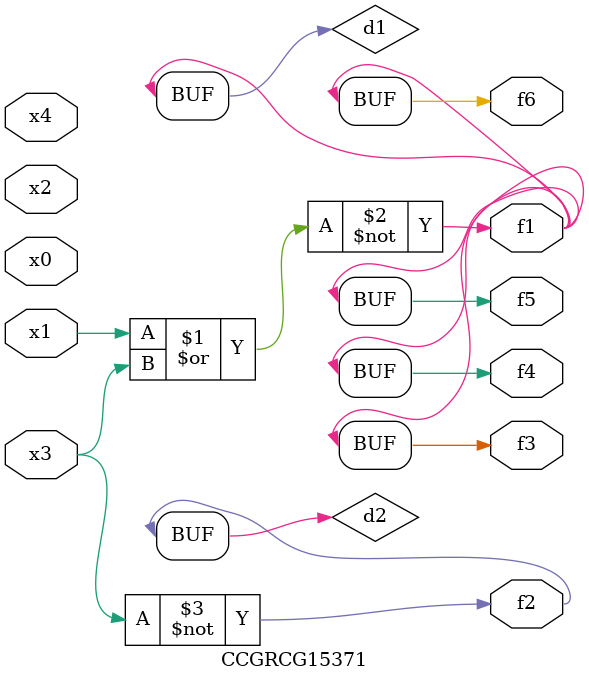
<source format=v>
module CCGRCG15371(
	input x0, x1, x2, x3, x4,
	output f1, f2, f3, f4, f5, f6
);

	wire d1, d2;

	nor (d1, x1, x3);
	not (d2, x3);
	assign f1 = d1;
	assign f2 = d2;
	assign f3 = d1;
	assign f4 = d1;
	assign f5 = d1;
	assign f6 = d1;
endmodule

</source>
